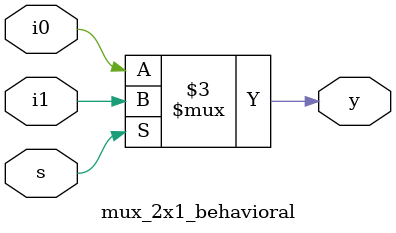
<source format=v>
`timescale 10ns/10ps

module mux_2x1_behavioral(i0,i1,s,y);

output y;
input i0, i1, s;

reg y;

always @(i0 or i1 or s)
begin

if(s) 
y= i1;
else
y=i0;

end

endmodule
</source>
